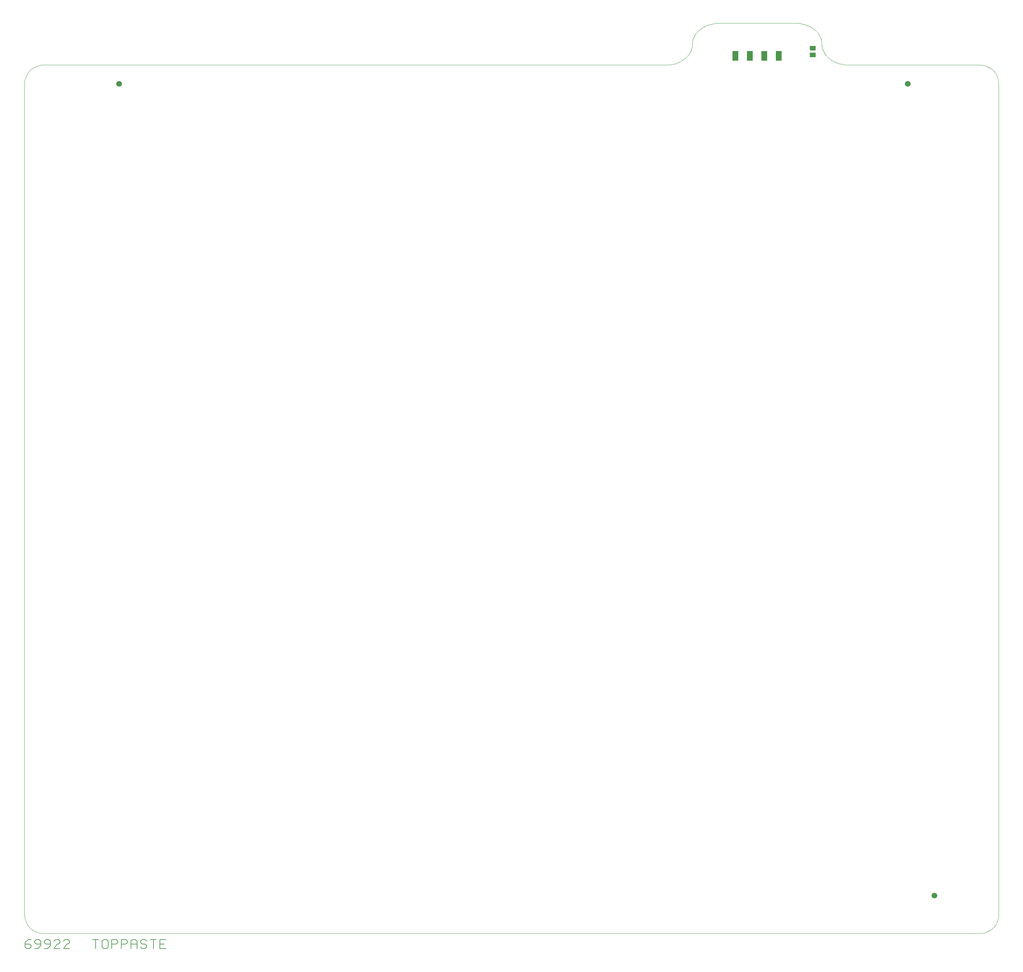
<source format=gbr>
*
%FSLAX26Y26*%
%MOIN*%
%ADD10R,0.059100X0.051200*%
%ADD11R,0.059100X0.098400*%
%ADD12C,0.059055*%
%ADD13C,0.001000*%
%ADD14C,0.008000*%
%IPPOS*%
%LNtoppaste.gbr*%
%LPD*%
G75*
G54D10*
X8186000Y9121200D03*
G54D10*
Y9188100D03*
G54D11*
X7834500Y9109800D03*
G54D11*
X7684500D03*
G54D11*
X7534500D03*
G54D11*
X7384500D03*
G54D12*
X984252Y8818898D03*
X9173228D03*
X9448819Y393701D03*
G54D13*
X8014396Y9448800D02*
X8023813Y9448399D01*
X8042398Y9447000D01*
X8051474Y9445903D01*
X8069401Y9443100D01*
X8078195Y9441301D01*
X8095500Y9437100D01*
X8104000Y9434699D01*
X8120382Y9429306D01*
X8128488Y9426305D01*
X8144094Y9419702D01*
X8151681Y9416208D01*
X8166285Y9408508D01*
X8173390Y9404405D01*
X8186983Y9395711D01*
X8193595Y9391103D01*
X8205997Y9381402D01*
X8212013Y9376388D01*
X8223192Y9365807D01*
X8228498Y9360302D01*
X8238393Y9349009D01*
X8243005Y9343094D01*
X8251493Y9331009D01*
X8255400Y9324700D01*
X8258915Y9318375D01*
G02X8268093Y9298720I-96418J-56994D01*
G01X8270807Y9291980D01*
X8273089Y9285234D01*
X8274904Y9278286D01*
G02X8279098Y9257018I-98460J-30463D01*
G01X8279997Y9249924D01*
X8280500Y9242578D01*
Y9227594D01*
X8280999Y9220209D01*
X8281901Y9212793D01*
G03X8286099Y9191002I129555J13660D01*
G01X8287999Y9183903D01*
X8290200Y9176901D01*
X8295599Y9163101D01*
X8298702Y9156396D01*
X8305697Y9143305D01*
X8309501Y9136899D01*
X8317998Y9124503D01*
X8322601Y9118399D01*
X8327612Y9112585D01*
G03X8343362Y9095735I118736J95198D01*
G01X8349099Y9090301D01*
X8355002Y9085098D01*
X8367492Y9075206D01*
X8374002Y9070399D01*
X8387598Y9061501D01*
X8394696Y9057302D01*
X8409395Y9049403D01*
X8416906Y9045698D01*
X8432598Y9039001D01*
X8440605Y9035898D01*
X8457097Y9030301D01*
X8465500Y9027900D01*
X8474217Y9025696D01*
G03X8500592Y9020301I61574J233873D01*
G01X8509500Y9018900D01*
X8518703Y9017800D01*
X8537200Y9016300D01*
X8546598Y9015900D01*
X9921186Y9015800D01*
X9959700Y9012000D01*
X9996599Y9000800D01*
X10030601Y8982599D01*
X10060399Y8958201D01*
X10084899Y8928302D01*
X10103100Y8894299D01*
X10114300Y8857402D01*
X10118100Y8818983D01*
X10118098Y196809D01*
X10114299Y158398D01*
X10103100Y121501D01*
X10084899Y87499D01*
X10060401Y57601D01*
X10030600Y33100D01*
X9996601Y15000D01*
X9959700Y3700D01*
X9921200Y0D01*
X196916D01*
X158400Y3700D01*
X121499Y15000D01*
X87499Y33100D01*
X57599Y57601D01*
X33201Y87499D01*
X14999Y121501D01*
X3800Y158398D01*
X0Y196817D01*
X2Y8818991D01*
X3801Y8857402D01*
X15000Y8894299D01*
X33201Y8928301D01*
X57601Y8958200D01*
X87498Y8982599D01*
X121501Y9000800D01*
X158399Y9012000D01*
X196897Y9015800D01*
X6675700D01*
X6684897Y9016200D01*
X6703008Y9017701D01*
X6711993Y9018799D01*
X6729500Y9021700D01*
X6738200Y9023500D01*
X6755102Y9027801D01*
X6763398Y9030300D01*
X6779501Y9035900D01*
X6787398Y9038899D01*
X6795018Y9042307D01*
G03X6814757Y9051936I-69918J168372D01*
G01X6824504Y9057302D01*
X6831399Y9061499D01*
X6844696Y9070497D01*
X6851096Y9075197D01*
X6863401Y9085201D01*
X6869198Y9090398D01*
X6880202Y9101303D01*
X6885400Y9106900D01*
X6895100Y9118600D01*
X6899602Y9124702D01*
X6907900Y9137201D01*
X6911701Y9143602D01*
X6918501Y9156801D01*
X6921599Y9163498D01*
X6926800Y9177299D01*
X6929100Y9184301D01*
X6932600Y9198599D01*
X6933999Y9205895D01*
X6935900Y9220702D01*
X6936300Y9228200D01*
X6936301Y9243184D01*
X6936801Y9250395D01*
X6938699Y9264795D01*
X6940198Y9271788D01*
X6943900Y9285700D01*
X6946204Y9292508D01*
X6951701Y9305802D01*
X6954902Y9312404D01*
X6961995Y9325092D01*
X6965893Y9331289D01*
X6974593Y9343390D01*
X6979291Y9349190D01*
X6989394Y9360592D01*
X6994805Y9366004D01*
X7006291Y9376591D01*
X7012281Y9381584D01*
X7024988Y9391291D01*
X7031710Y9395806D01*
X7045591Y9404494D01*
X7052796Y9408597D01*
X7067797Y9416299D01*
X7075499Y9419799D01*
X7091498Y9426400D01*
X7099699Y9429400D01*
X7116514Y9434804D01*
X7125085Y9437196D01*
X7142694Y9441298D01*
X7151694Y9443099D01*
X7169999Y9445900D01*
X7179296Y9446999D01*
X7198191Y9448399D01*
X7207803Y9448800D01*
X8014396D01*
G54D14*
X68927Y-64609D02*
X38464D01*
X8000Y-95073D01*
Y-140768D01*
X23232Y-156000D01*
X53695D01*
X68927Y-140768D01*
Y-125536D01*
X53695Y-110305D01*
X8000D01*
X108000Y-156000D02*
X138464D01*
X168927Y-125536D01*
Y-79841D01*
X153695Y-64609D01*
X123232D01*
X108000Y-79841D01*
Y-95073D01*
X123232Y-110305D01*
X168927D01*
X208000Y-156000D02*
X238464D01*
X268927Y-125536D01*
Y-79841D01*
X253695Y-64609D01*
X223232D01*
X208000Y-79841D01*
Y-95073D01*
X223232Y-110305D01*
X268927D01*
X308000Y-79841D02*
X323232Y-64609D01*
X353695D01*
X368927Y-79841D01*
Y-95073D01*
X353695Y-110305D01*
X338464D01*
X308000Y-156000D01*
X368927D01*
X408000Y-79841D02*
X423232Y-64609D01*
X453695D01*
X468927Y-79841D01*
Y-95073D01*
X453695Y-110305D01*
X438464D01*
X408000Y-156000D01*
X468927D01*
X708000Y-64609D02*
X768927D01*
X738464D02*
Y-156000D01*
X808000Y-140768D02*
Y-79841D01*
X823232Y-64609D01*
X853695D01*
X868927Y-79841D01*
Y-140768D01*
X853695Y-156000D01*
X823232D01*
X808000Y-140768D01*
X908000Y-156000D02*
Y-64609D01*
X953695D01*
X968927Y-79841D01*
Y-95073D01*
X953695Y-110305D01*
X908000D01*
X1008000Y-156000D02*
Y-64609D01*
X1053695D01*
X1068927Y-79841D01*
Y-95073D01*
X1053695Y-110305D01*
X1008000D01*
X1108000Y-156000D02*
Y-79841D01*
X1123232Y-64609D01*
X1153695D01*
X1168927Y-79841D01*
Y-156000D01*
X1108000Y-110305D02*
X1168927D01*
X1208000Y-140768D02*
X1223232Y-156000D01*
X1253695D01*
X1268927Y-140768D01*
Y-125536D01*
X1253695Y-110305D01*
X1223232D01*
X1208000Y-95073D01*
Y-79841D01*
X1223232Y-64609D01*
X1253695D01*
X1268927Y-79841D01*
X1308000Y-64609D02*
X1368927D01*
X1338464D02*
Y-156000D01*
X1408000Y-64609D02*
X1468927D01*
X1408000Y-156000D02*
X1468927D01*
X1408000Y-110305D02*
X1453695D01*
X1408000Y-64609D02*
Y-156000D01*
M02*

</source>
